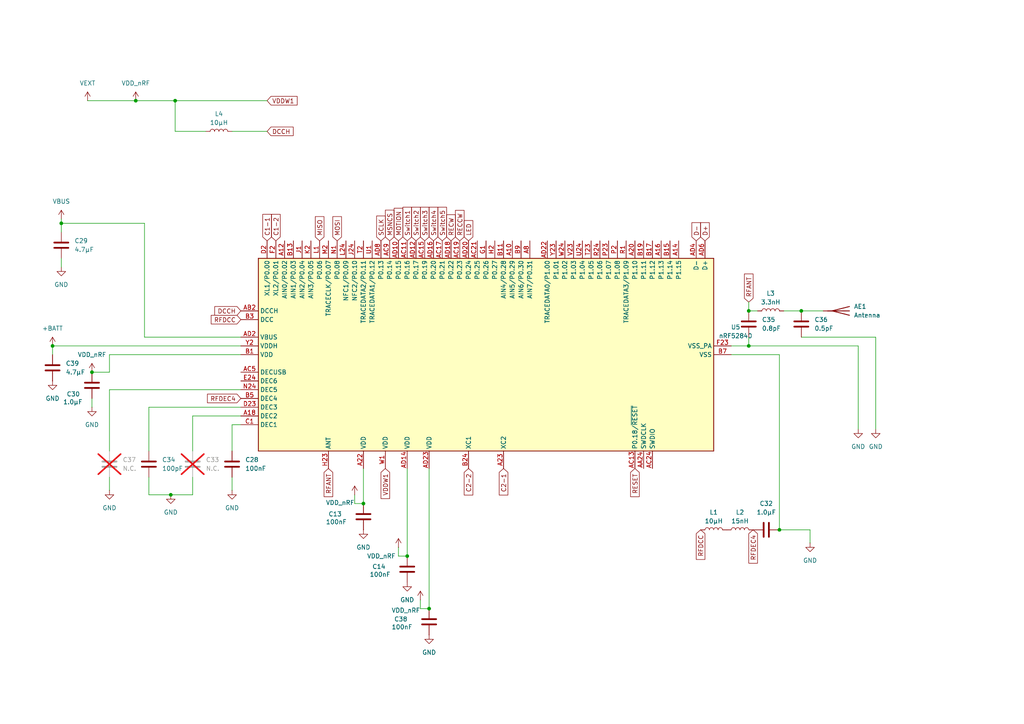
<source format=kicad_sch>
(kicad_sch (version 20250114) (generator "eeschema") (generator_version "9.0")
  (paper "A4")
  (lib_symbols
    (symbol "Custom:nRF52840"
      (property "Reference" "U5" (at 7.9854 -72.39 90))
      (property "Value" "nRF52840" (at 5.4454 -72.39 90))
      (symbol "nRF52840_0_1"
        (rectangle (start -27.94 66.04) (end 27.94 -66.04) (stroke (width 0.254)) (fill (type background)))
      )
      (symbol "nRF52840_1_1"
        (pin passive line (at -33.02 45.72 0) (length 5.08) (name "ANT") (number "H23"))
        (pin power_in line (at -33.02 35.56 0) (length 5.08) (name "VDD") (number "A22"))
        (pin power_in line (at -33.02 29.21 0) (length 5.08) (name "VDD") (number "W1"))
        (pin power_in line (at -33.02 22.86 0) (length 5.08) (name "VDD") (number "AD14"))
        (pin power_in line (at -33.02 16.51 0) (length 5.08) (name "VDD") (number "AD23"))
        (pin input line (at -33.02 5.08 0) (length 5.08) (name "XC1") (number "B24"))
        (pin input line (at -33.02 -5.08 0) (length 5.08) (name "XC2") (number "A23"))
        (pin bidirectional line (at -33.02 -43.18 0) (length 5.08) (name "P0.18/~{RESET}") (number "AC13"))
        (pin input line (at -33.02 -45.72 0) (length 5.08) (name "SWDCLK") (number "AA24"))
        (pin bidirectional line (at -33.02 -48.26 0) (length 5.08) (name "SWDIO") (number "AC24"))
        (pin passive line (at -20.32 71.12 270) (length 5.08) (name "DEC1") (number "C1"))
        (pin passive line (at -17.78 71.12 270) (length 5.08) (name "DEC2") (number "A18"))
        (pin passive line (at -15.24 71.12 270) (length 5.08) (name "DEC3") (number "D23"))
        (pin passive line (at -12.7 71.12 270) (length 5.08) (name "DEC4") (number "B5"))
        (pin passive line (at -10.16 71.12 270) (length 5.08) (name "DEC5") (number "N24"))
        (pin passive line (at -7.62 71.12 270) (length 5.08) (name "DEC6") (number "E24"))
        (pin passive line (at -5.08 71.12 270) (length 5.08) (name "DECUSB") (number "AC5"))
        (pin power_in line (at 0 71.12 270) (length 5.08) (name "VDD") (number "B1"))
        (pin power_in line (at 0 -71.12 90) (length 5.08) (name "VSS") (number "B7"))
        (pin passive line (at 0 -71.12 90) (length 5.08) (hide yes) (name "VSS") (number "EP"))
        (pin power_in line (at 2.54 71.12 270) (length 5.08) (name "VDDH") (number "Y2"))
        (pin power_in line (at 2.54 -71.12 90) (length 5.08) (name "VSS_PA") (number "F23"))
        (pin power_in line (at 5.08 71.12 270) (length 5.08) (name "VBUS") (number "AD2"))
        (pin power_out line (at 10.16 71.12 270) (length 5.08) (name "DCC") (number "B3"))
        (pin power_out line (at 12.7 71.12 270) (length 5.08) (name "DCCH") (number "AB2"))
        (pin bidirectional line (at 33.02 63.5 180) (length 5.08) (name "XL1/P0.00") (number "D2"))
        (pin bidirectional line (at 33.02 60.96 180) (length 5.08) (name "XL2/P0.01") (number "F2"))
        (pin bidirectional line (at 33.02 58.42 180) (length 5.08) (name "AIN0/P0.02") (number "A12"))
        (pin bidirectional line (at 33.02 55.88 180) (length 5.08) (name "AIN1/P0.03") (number "B13"))
        (pin bidirectional line (at 33.02 53.34 180) (length 5.08) (name "AIN2/P0.04") (number "J1"))
        (pin bidirectional line (at 33.02 50.8 180) (length 5.08) (name "AIN3/P0.05") (number "K2"))
        (pin bidirectional line (at 33.02 48.26 180) (length 5.08) (name "P0.06") (number "L1"))
        (pin bidirectional line (at 33.02 45.72 180) (length 5.08) (name "TRACECLK/P0.07") (number "M2"))
        (pin bidirectional line (at 33.02 43.18 180) (length 5.08) (name "P0.08") (number "N1"))
        (pin bidirectional line (at 33.02 40.64 180) (length 5.08) (name "NFC1/P0.09") (number "L24"))
        (pin bidirectional line (at 33.02 38.1 180) (length 5.08) (name "NFC2/P0.10") (number "J24"))
        (pin bidirectional line (at 33.02 35.56 180) (length 5.08) (name "TRACEDATA2/P0.11") (number "T2"))
        (pin bidirectional line (at 33.02 33.02 180) (length 5.08) (name "TRACEDATA1/P0.12") (number "U1"))
        (pin bidirectional line (at 33.02 30.48 180) (length 5.08) (name "P0.13") (number "AD8"))
        (pin bidirectional line (at 33.02 27.94 180) (length 5.08) (name "P0.14") (number "AC9"))
        (pin bidirectional line (at 33.02 25.4 180) (length 5.08) (name "P0.15") (number "AD10"))
        (pin bidirectional line (at 33.02 22.86 180) (length 5.08) (name "P0.16") (number "AC11"))
        (pin bidirectional line (at 33.02 20.32 180) (length 5.08) (name "P0.17") (number "AD12"))
        (pin bidirectional line (at 33.02 17.78 180) (length 5.08) (name "P0.19") (number "AC15"))
        (pin bidirectional line (at 33.02 15.24 180) (length 5.08) (name "P0.20") (number "AD16"))
        (pin bidirectional line (at 33.02 12.7 180) (length 5.08) (name "P0.21") (number "AC17"))
        (pin bidirectional line (at 33.02 10.16 180) (length 5.08) (name "P0.22") (number "AD18"))
        (pin bidirectional line (at 33.02 7.62 180) (length 5.08) (name "P0.23") (number "AC19"))
        (pin bidirectional line (at 33.02 5.08 180) (length 5.08) (name "P0.24") (number "AD20"))
        (pin bidirectional line (at 33.02 2.54 180) (length 5.08) (name "P0.25") (number "AC21"))
        (pin bidirectional line (at 33.02 0 180) (length 5.08) (name "P0.26") (number "G1"))
        (pin bidirectional line (at 33.02 -2.54 180) (length 5.08) (name "P0.27") (number "H2"))
        (pin bidirectional line (at 33.02 -5.08 180) (length 5.08) (name "AIN4/P0.28") (number "B11"))
        (pin bidirectional line (at 33.02 -7.62 180) (length 5.08) (name "AIN5/P0.29") (number "A10"))
        (pin bidirectional line (at 33.02 -10.16 180) (length 5.08) (name "AIN6/P0.30") (number "B9"))
        (pin bidirectional line (at 33.02 -12.7 180) (length 5.08) (name "AIN7/P0.31") (number "A8"))
        (pin bidirectional line (at 33.02 -17.78 180) (length 5.08) (name "TRACEDATA0/P1.00") (number "AD22"))
        (pin bidirectional line (at 33.02 -20.32 180) (length 5.08) (name "P1.01") (number "Y23"))
        (pin bidirectional line (at 33.02 -22.86 180) (length 5.08) (name "P1.02") (number "W24"))
        (pin bidirectional line (at 33.02 -25.4 180) (length 5.08) (name "P1.03") (number "V23"))
        (pin bidirectional line (at 33.02 -27.94 180) (length 5.08) (name "P1.04") (number "U24"))
        (pin bidirectional line (at 33.02 -30.48 180) (length 5.08) (name "P1.05") (number "T23"))
        (pin bidirectional line (at 33.02 -33.02 180) (length 5.08) (name "P1.06") (number "R24"))
        (pin bidirectional line (at 33.02 -35.56 180) (length 5.08) (name "P1.07") (number "P23"))
        (pin bidirectional line (at 33.02 -38.1 180) (length 5.08) (name "P1.08") (number "P2"))
        (pin bidirectional line (at 33.02 -40.64 180) (length 5.08) (name "TRACEDATA3/P1.09") (number "R1"))
        (pin bidirectional line (at 33.02 -43.18 180) (length 5.08) (name "P1.10") (number "A20"))
        (pin bidirectional line (at 33.02 -45.72 180) (length 5.08) (name "P1.11") (number "B19"))
        (pin bidirectional line (at 33.02 -48.26 180) (length 5.08) (name "P1.12") (number "B17"))
        (pin bidirectional line (at 33.02 -50.8 180) (length 5.08) (name "P1.13") (number "A16"))
        (pin bidirectional line (at 33.02 -53.34 180) (length 5.08) (name "P1.14") (number "B15"))
        (pin bidirectional line (at 33.02 -55.88 180) (length 5.08) (name "P1.15") (number "A14"))
        (pin bidirectional line (at 33.02 -60.96 180) (length 5.08) (name "D-") (number "AD4"))
        (pin bidirectional line (at 33.02 -63.5 180) (length 5.08) (name "D+") (number "AD6"))
      )
    )
    (symbol "Device:Antenna" (pin_numbers (hide yes)) (pin_names (offset 1.016) (hide yes))
      (property "Reference" "AE" (at -1.905 1.905 0))
      (property "Value" "Antenna" (at -1.905 0 0))
      (symbol "Antenna_0_1"
        (polyline (pts (xy 0 2.54) (xy 0 -3.81)) (stroke (width 0.254)))
        (polyline (pts (xy 1.27 2.54) (xy 0 -2.54) (xy -1.27 2.54)) (stroke (width 0.254)))
      )
      (symbol "Antenna_1_1"
        (pin input line (at 0 -5.08 90) (length 2.54) (name "A") (number "1"))
      )
    )
    (symbol "Device:C" (pin_numbers (hide yes)) (pin_names (offset 0.254))
      (property "Reference" "C" (at 0.635 2.54 0))
      (property "Value" "C" (at 0.635 -2.54 0))
      (symbol "C_0_1"
        (polyline (pts (xy -2.032 0.762) (xy 2.032 0.762)) (stroke (width 0.508)))
        (polyline (pts (xy -2.032 -0.762) (xy 2.032 -0.762)) (stroke (width 0.508)))
      )
      (symbol "C_1_1"
        (pin passive line (at 0 3.81 270) (length 2.794) (name "~") (number "1"))
        (pin passive line (at 0 -3.81 90) (length 2.794) (name "~") (number "2"))
      )
    )
    (symbol "Device:L" (pin_numbers (hide yes)) (pin_names (offset 1.016) (hide yes))
      (property "Reference" "L" (at -1.27 0 90))
      (property "Value" "L" (at 1.905 0 90))
      (symbol "L_0_1"
        (arc (start 0 2.54) (mid 0.6323 1.905) (end 0 1.27))
        (arc (start 0 1.27) (mid 0.6323 0.635) (end 0 0))
        (arc (start 0 0) (mid 0.6323 -0.635) (end 0 -1.27))
        (arc (start 0 -1.27) (mid 0.6323 -1.905) (end 0 -2.54))
      )
      (symbol "L_1_1"
        (pin passive line (at 0 3.81 270) (length 1.27) (name "1") (number "1"))
        (pin passive line (at 0 -3.81 90) (length 1.27) (name "2") (number "2"))
      )
    )
    (symbol "power:+3.3V" (power) (pin_numbers (hide yes)) (pin_names (offset 0) (hide yes))
      (property "Value" "+3.3V" (at 0 3.556 0))
      (symbol "+3.3V_0_1"
        (polyline (pts (xy -0.762 1.27) (xy 0 2.54)))
        (polyline (pts (xy 0 2.54) (xy 0.762 1.27)))
        (polyline (pts (xy 0 0) (xy 0 2.54)))
      )
      (symbol "+3.3V_1_1"
        (pin power_in line (at 0 0 90) (length 0) (name "~") (number "1"))
      )
    )
    (symbol "power:+BATT" (power) (pin_numbers (hide yes)) (pin_names (offset 0) (hide yes))
      (property "Value" "+BATT" (at 0 3.556 0))
      (symbol "+BATT_0_1"
        (polyline (pts (xy -0.762 1.27) (xy 0 2.54)))
        (polyline (pts (xy 0 2.54) (xy 0.762 1.27)))
        (polyline (pts (xy 0 0) (xy 0 2.54)))
      )
      (symbol "+BATT_1_1"
        (pin power_in line (at 0 0 90) (length 0) (name "~") (number "1"))
      )
    )
    (symbol "power:GND" (power) (pin_numbers (hide yes)) (pin_names (offset 0) (hide yes))
      (property "Value" "GND" (at 0 -3.81 0))
      (symbol "GND_0_1"
        (polyline (pts (xy 0 0) (xy 0 -1.27) (xy 1.27 -1.27) (xy 0 -2.54) (xy -1.27 -1.27) (xy 0 -1.27)))
      )
      (symbol "GND_1_1"
        (pin power_in line (at 0 0 270) (length 0) (name "~") (number "1"))
      )
    )
    (symbol "power:VBUS" (power) (pin_numbers (hide yes)) (pin_names (offset 0) (hide yes))
      (property "Value" "VBUS" (at 0 3.556 0))
      (symbol "VBUS_0_1"
        (polyline (pts (xy -0.762 1.27) (xy 0 2.54)))
        (polyline (pts (xy 0 2.54) (xy 0.762 1.27)))
        (polyline (pts (xy 0 0) (xy 0 2.54)))
      )
      (symbol "VBUS_1_1"
        (pin power_in line (at 0 0 90) (length 0) (name "~") (number "1"))
      )
    )
  )
  (junction (at 17.78 64.77))
  (junction (at 217.17 90.17))
  (junction (at 105.41 146.05))
  (junction (at 232.41 90.17))
  (junction (at 39.37 29.21))
  (junction (at 217.17 100.33))
  (junction (at 124.46 176.53))
  (junction (at 15.24 100.33))
  (junction (at 226.06 153.67))
  (junction (at 118.11 161.29))
  (junction (at 50.8 29.21))
  (junction (at 49.53 143.51))
  (junction (at 26.67 107.95))
  (wire (pts (xy 217.17 100.33) (xy 248.92 100.33)))
  (wire (pts (xy 50.8 29.21) (xy 77.47 29.21)))
  (wire (pts (xy 226.06 102.87) (xy 226.06 153.67)))
  (wire (pts (xy 41.91 64.77) (xy 17.78 64.77)))
  (wire (pts (xy 69.85 102.87) (xy 31.75 102.87)))
  (wire (pts (xy 212.09 102.87) (xy 226.06 102.87)))
  (wire (pts (xy 217.17 87.63) (xy 217.17 90.17)))
  (wire (pts (xy 55.88 120.65) (xy 69.85 120.65)))
  (wire (pts (xy 43.18 143.51) (xy 49.53 143.51)))
  (wire (pts (xy 31.75 138.43) (xy 31.75 142.24)))
  (wire (pts (xy 118.11 135.89) (xy 118.11 161.29)))
  (wire (pts (xy 43.18 138.43) (xy 43.18 143.51)))
  (wire (pts (xy 102.87 143.51) (xy 102.87 146.05)))
  (wire (pts (xy 26.67 115.57) (xy 26.67 118.11)))
  (wire (pts (xy 17.78 74.93) (xy 17.78 77.47)))
  (wire (pts (xy 49.53 143.51) (xy 55.88 143.51)))
  (wire (pts (xy 227.33 90.17) (xy 232.41 90.17)))
  (wire (pts (xy 41.91 97.79) (xy 41.91 64.77)))
  (wire (pts (xy 31.75 113.03) (xy 31.75 130.81)))
  (wire (pts (xy 102.87 146.05) (xy 105.41 146.05)))
  (wire (pts (xy 55.88 120.65) (xy 55.88 130.81)))
  (wire (pts (xy 69.85 100.33) (xy 15.24 100.33)))
  (wire (pts (xy 115.57 161.29) (xy 118.11 161.29)))
  (wire (pts (xy 217.17 100.33) (xy 217.17 97.79)))
  (wire (pts (xy 39.37 29.21) (xy 50.8 29.21)))
  (wire (pts (xy 17.78 64.77) (xy 17.78 63.5)))
  (wire (pts (xy 217.17 90.17) (xy 219.71 90.17)))
  (wire (pts (xy 55.88 138.43) (xy 55.88 143.51)))
  (wire (pts (xy 232.41 90.17) (xy 238.76 90.17)))
  (wire (pts (xy 43.18 118.11) (xy 69.85 118.11)))
  (wire (pts (xy 254 97.79) (xy 254 124.46)))
  (wire (pts (xy 115.57 158.75) (xy 115.57 161.29)))
  (wire (pts (xy 67.31 138.43) (xy 67.31 142.24)))
  (wire (pts (xy 67.31 123.19) (xy 67.31 130.81)))
  (wire (pts (xy 124.46 135.89) (xy 124.46 176.53)))
  (wire (pts (xy 25.4 29.21) (xy 39.37 29.21)))
  (wire (pts (xy 59.69 38.1) (xy 50.8 38.1)))
  (wire (pts (xy 212.09 100.33) (xy 217.17 100.33)))
  (wire (pts (xy 31.75 107.95) (xy 26.67 107.95)))
  (wire (pts (xy 121.92 173.99) (xy 121.92 176.53)))
  (wire (pts (xy 43.18 118.11) (xy 43.18 130.81)))
  (wire (pts (xy 69.85 123.19) (xy 67.31 123.19)))
  (wire (pts (xy 105.41 135.89) (xy 105.41 146.05)))
  (wire (pts (xy 17.78 64.77) (xy 17.78 67.31)))
  (wire (pts (xy 31.75 102.87) (xy 31.75 107.95)))
  (wire (pts (xy 232.41 97.79) (xy 254 97.79)))
  (wire (pts (xy 50.8 38.1) (xy 50.8 29.21)))
  (wire (pts (xy 234.95 157.48) (xy 234.95 153.67)))
  (wire (pts (xy 15.24 100.33) (xy 15.24 102.87)))
  (wire (pts (xy 234.95 153.67) (xy 226.06 153.67)))
  (wire (pts (xy 121.92 176.53) (xy 124.46 176.53)))
  (wire (pts (xy 67.31 38.1) (xy 77.47 38.1)))
  (wire (pts (xy 69.85 113.03) (xy 31.75 113.03)))
  (wire (pts (xy 248.92 100.33) (xy 248.92 124.46)))
  (wire (pts (xy 69.85 97.79) (xy 41.91 97.79)))
  (global_label "Switch4" (shape input) (at 125.73 69.85 90) (property "Intersheetrefs" "${INTERSHEET_REFS}" (effects (hide yes))))
  (global_label "DCCH" (shape input) (at 77.47 38.1 0) (property "Intersheetrefs" "${INTERSHEET_REFS}" (effects (hide yes))))
  (global_label "RFDEC4" (shape input) (at 69.85 115.57 180) (property "Intersheetrefs" "${INTERSHEET_REFS}" (effects (hide yes))))
  (global_label "C1-2" (shape input) (at 80.01 69.85 90) (property "Intersheetrefs" "${INTERSHEET_REFS}" (effects (hide yes))))
  (global_label "MISO" (shape input) (at 92.71 69.85 90) (property "Intersheetrefs" "${INTERSHEET_REFS}" (effects (hide yes))))
  (global_label "DCCH" (shape input) (at 69.85 90.17 180) (property "Intersheetrefs" "${INTERSHEET_REFS}" (effects (hide yes))))
  (global_label "VDDW1" (shape input) (at 111.76 135.89 270) (property "Intersheetrefs" "${INTERSHEET_REFS}" (effects (hide yes))))
  (global_label "MOSI" (shape input) (at 97.79 69.85 90) (property "Intersheetrefs" "${INTERSHEET_REFS}" (effects (hide yes))))
  (global_label "LED" (shape input) (at 135.89 69.85 90) (property "Intersheetrefs" "${INTERSHEET_REFS}" (effects (hide yes))))
  (global_label "D-" (shape input) (at 201.93 69.85 90) (property "Intersheetrefs" "${INTERSHEET_REFS}" (effects (hide yes))))
  (global_label "RFANT" (shape input) (at 95.25 135.89 270) (property "Intersheetrefs" "${INTERSHEET_REFS}" (effects (hide yes))))
  (global_label "Switch1" (shape input) (at 118.11 69.85 90) (property "Intersheetrefs" "${INTERSHEET_REFS}" (effects (hide yes))))
  (global_label "RFDCC" (shape input) (at 69.85 92.71 180) (property "Intersheetrefs" "${INTERSHEET_REFS}" (effects (hide yes))))
  (global_label "RFDCC" (shape input) (at 203.2 153.67 270) (property "Intersheetrefs" "${INTERSHEET_REFS}" (effects (hide yes))))
  (global_label "RFANT" (shape input) (at 217.17 87.63 90) (property "Intersheetrefs" "${INTERSHEET_REFS}" (effects (hide yes))))
  (global_label "RECW" (shape input) (at 130.81 69.85 90) (property "Intersheetrefs" "${INTERSHEET_REFS}" (effects (hide yes))))
  (global_label "C2-1" (shape input) (at 146.05 135.89 270) (property "Intersheetrefs" "${INTERSHEET_REFS}" (effects (hide yes))))
  (global_label "Switch3" (shape input) (at 123.19 69.85 90) (property "Intersheetrefs" "${INTERSHEET_REFS}" (effects (hide yes))))
  (global_label "RFDEC4" (shape input) (at 218.44 153.67 270) (property "Intersheetrefs" "${INTERSHEET_REFS}" (effects (hide yes))))
  (global_label "VDDW1" (shape input) (at 77.47 29.21 0) (property "Intersheetrefs" "${INTERSHEET_REFS}" (effects (hide yes))))
  (global_label "C1-1" (shape input) (at 77.47 69.85 90) (property "Intersheetrefs" "${INTERSHEET_REFS}" (effects (hide yes))))
  (global_label "SCLK" (shape input) (at 110.49 69.85 90) (property "Intersheetrefs" "${INTERSHEET_REFS}" (effects (hide yes))))
  (global_label "RECCW" (shape input) (at 133.35 69.85 90) (property "Intersheetrefs" "${INTERSHEET_REFS}" (effects (hide yes))))
  (global_label "D+" (shape input) (at 204.47 69.85 90) (property "Intersheetrefs" "${INTERSHEET_REFS}" (effects (hide yes))))
  (global_label "MOTION" (shape input) (at 115.57 69.85 90) (property "Intersheetrefs" "${INTERSHEET_REFS}" (effects (hide yes))))
  (global_label "Switch2" (shape input) (at 120.65 69.85 90) (property "Intersheetrefs" "${INTERSHEET_REFS}" (effects (hide yes))))
  (global_label "MSNCS" (shape input) (at 113.03 69.85 90) (property "Intersheetrefs" "${INTERSHEET_REFS}" (effects (hide yes))))
  (global_label "RESET" (shape input) (at 184.15 135.89 270) (property "Intersheetrefs" "${INTERSHEET_REFS}" (effects (hide yes))))
  (global_label "C2-2" (shape input) (at 135.89 135.89 270) (property "Intersheetrefs" "${INTERSHEET_REFS}" (effects (hide yes))))
  (global_label "Switch5" (shape input) (at 128.27 69.85 90) (property "Intersheetrefs" "${INTERSHEET_REFS}" (effects (hide yes))))
  (symbol (lib_id "power:GND") (at 254 124.46 0) (unit 1)
    (property "Reference" "#PWR077" (effects (hide yes)))
    (property "Value" "GND" (at 254 129.54 0))
    (property "Description" "Power symbol creates a global label with name \"GND\" , ground" (effects (hide yes)))
  )
  (symbol (lib_id "Device:L") (at 207.01 153.67 90) (unit 1)
    (property "Reference" "L1" (at 207.01 148.59 90))
    (property "Value" "10μH" (at 207.01 151.13 90))
    (property "Footprint" "Inductor_SMD:L_0805_2012Metric_Pad1.05x1.20mm_HandSolder" (effects (hide yes)))
    (property "Description" "Inductor" (effects (hide yes)))
  )
  (symbol (lib_id "power:GND") (at 15.24 110.49 0) (unit 1)
    (property "Reference" "#PWR079" (effects (hide yes)))
    (property "Value" "GND" (at 15.24 115.57 0))
    (property "Description" "Power symbol creates a global label with name \"GND\" , ground" (effects (hide yes)))
  )
  (symbol (lib_id "power:GND") (at 31.75 142.24 0) (unit 1)
    (property "Reference" "#PWR078" (effects (hide yes)))
    (property "Value" "GND" (at 31.75 147.32 0))
    (property "Description" "Power symbol creates a global label with name \"GND\" , ground" (effects (hide yes)))
  )
  (symbol (lib_id "Device:C") (at 26.67 111.76 0) (unit 1)
    (property "Reference" "C30" (at 19.304 114.3 0) (effects (justify left)))
    (property "Value" "1.0μF" (at 18.288 116.586 0) (effects (justify left)))
    (property "Footprint" "Capacitor_SMD:C_0805_2012Metric_Pad1.18x1.45mm_HandSolder" (effects (hide yes)))
    (property "Description" "Unpolarized capacitor" (effects (hide yes)))
  )
  (symbol (lib_id "Device:C") (at 15.24 106.68 0) (unit 1)
    (property "Reference" "C39" (at 19.05 105.4099 0) (effects (justify left)))
    (property "Value" "4.7μF" (at 19.05 107.9499 0) (effects (justify left)))
    (property "Footprint" "Capacitor_SMD:C_0805_2012Metric_Pad1.18x1.45mm_HandSolder" (effects (hide yes)))
    (property "Description" "Unpolarized capacitor" (effects (hide yes)))
  )
  (symbol (lib_id "power:GND") (at 248.92 124.46 0) (unit 1)
    (property "Reference" "#PWR076" (effects (hide yes)))
    (property "Value" "GND" (at 248.92 129.54 0))
    (property "Description" "Power symbol creates a global label with name \"GND\" , ground" (effects (hide yes)))
  )
  (symbol (lib_id "Custom:nRF52840") (at 140.97 102.87 90) (unit 1)
    (property "Reference" "U5" (at 213.36 94.8846 90))
    (property "Value" "nRF52840" (at 213.36 97.4246 90))
    (property "Footprint" "Package_DFN_QFN:Nordic_AQFN-73-1EP_7x7mm_P0.5mm" (effects (hide yes)))
    (property "Datasheet" "http://infocenter.nordicsemi.com/topic/com.nordic.infocenter.nrf52/dita/nrf52/chips/nrf52840.html" (effects (hide yes)))
    (property "Description" "Multiprotocol BLE/ANT/2.4 GHz/802.15.4 Cortex-M4F SoC, AQFN-73" (effects (hide yes)))
  )
  (symbol (lib_id "power:GND") (at 118.11 168.91 0) (unit 1)
    (property "Reference" "#PWR032" (effects (hide yes)))
    (property "Value" "GND" (at 118.11 173.99 0))
    (property "Description" "Power symbol creates a global label with name \"GND\" , ground" (effects (hide yes)))
  )
  (symbol (lib_id "power:VBUS") (at 25.4 29.21 0) (unit 1)
    (property "Reference" "#PWR075" (effects (hide yes)))
    (property "Value" "VEXT" (at 25.4 24.13 0))
    (property "Description" "Power symbol creates a global label with name \"VBUS\"" (effects (hide yes)))
  )
  (symbol (lib_id "Device:C") (at 105.41 149.86 0) (unit 1)
    (property "Reference" "C13" (at 95.25 149.098 0) (effects (justify left)))
    (property "Value" "100nF" (at 94.488 151.384 0) (effects (justify left)))
    (property "Footprint" "Capacitor_SMD:C_0805_2012Metric_Pad1.18x1.45mm_HandSolder" (effects (hide yes)))
    (property "Description" "Unpolarized capacitor" (effects (hide yes)))
  )
  (symbol (lib_id "Device:C") (at 55.88 134.62 0) (unit 1) (dnp yes)
    (property "Reference" "C33" (at 59.69 133.3499 0) (effects (justify left)))
    (property "Value" "N.C." (at 59.69 135.8899 0) (effects (justify left)))
    (property "Footprint" "Capacitor_SMD:C_0805_2012Metric_Pad1.18x1.45mm_HandSolder" (effects (hide yes)))
    (property "Description" "Unpolarized capacitor" (effects (hide yes)))
  )
  (symbol (lib_id "Device:C") (at 124.46 180.34 0) (unit 1)
    (property "Reference" "C38" (at 114.3 179.578 0) (effects (justify left)))
    (property "Value" "100nF" (at 113.538 181.864 0) (effects (justify left)))
    (property "Footprint" "Capacitor_SMD:C_0805_2012Metric_Pad1.18x1.45mm_HandSolder" (effects (hide yes)))
    (property "Description" "Unpolarized capacitor" (effects (hide yes)))
  )
  (symbol (lib_id "power:+3.3V") (at 26.67 107.95 0) (unit 1)
    (property "Reference" "#PWR069" (effects (hide yes)))
    (property "Value" "VDD_nRF" (at 26.67 102.87 0))
    (property "Description" "Power symbol creates a global label with name \"+3.3V\"" (effects (hide yes)))
  )
  (symbol (lib_id "power:+3.3V") (at 115.57 158.75 0) (unit 1)
    (property "Reference" "#PWR031" (effects (hide yes)))
    (property "Value" "VDD_nRF" (at 106.426 161.29 0) (effects (justify left)))
    (property "Description" "Power symbol creates a global label with name \"+3.3V\"" (effects (hide yes)))
  )
  (symbol (lib_id "Device:C") (at 232.41 93.98 0) (unit 1)
    (property "Reference" "C36" (at 236.22 92.7099 0) (effects (justify left)))
    (property "Value" "0.5pF" (at 236.22 95.2499 0) (effects (justify left)))
    (property "Footprint" "Capacitor_SMD:C_0805_2012Metric_Pad1.18x1.45mm_HandSolder" (effects (hide yes)))
    (property "Description" "Unpolarized capacitor" (effects (hide yes)))
  )
  (symbol (lib_id "power:VBUS") (at 17.78 63.5 0) (unit 1)
    (property "Reference" "#PWR063" (effects (hide yes)))
    (property "Value" "VBUS" (at 17.78 58.42 0))
    (property "Description" "Power symbol creates a global label with name \"VBUS\"" (effects (hide yes)))
  )
  (symbol (lib_id "power:+3.3V") (at 39.37 29.21 0) (unit 1)
    (property "Reference" "#PWR080" (effects (hide yes)))
    (property "Value" "VDD_nRF" (at 39.37 24.13 0))
    (property "Description" "Power symbol creates a global label with name \"+3.3V\"" (effects (hide yes)))
  )
  (symbol (lib_id "Device:C") (at 43.18 134.62 0) (unit 1)
    (property "Reference" "C34" (at 46.99 133.3499 0) (effects (justify left)))
    (property "Value" "100pF" (at 46.99 135.8899 0) (effects (justify left)))
    (property "Footprint" "Capacitor_SMD:C_0805_2012Metric_Pad1.18x1.45mm_HandSolder" (effects (hide yes)))
    (property "Description" "Unpolarized capacitor" (effects (hide yes)))
  )
  (symbol (lib_id "Device:C") (at 17.78 71.12 0) (unit 1)
    (property "Reference" "C29" (at 21.59 69.8499 0) (effects (justify left)))
    (property "Value" "4.7μF" (at 21.59 72.3899 0) (effects (justify left)))
    (property "Footprint" "Capacitor_SMD:C_0805_2012Metric_Pad1.18x1.45mm_HandSolder" (effects (hide yes)))
    (property "Description" "Unpolarized capacitor" (effects (hide yes)))
  )
  (symbol (lib_id "power:+3.3V") (at 102.87 143.51 0) (unit 1)
    (property "Reference" "#PWR028" (effects (hide yes)))
    (property "Value" "VDD_nRF" (at 94.488 145.796 0) (effects (justify left)))
    (property "Description" "Power symbol creates a global label with name \"+3.3V\"" (effects (hide yes)))
  )
  (symbol (lib_id "Device:L") (at 63.5 38.1 90) (unit 1)
    (property "Reference" "L4" (at 63.5 33.02 90))
    (property "Value" "10μH" (at 63.5 35.56 90))
    (property "Footprint" "Inductor_SMD:L_0805_2012Metric_Pad1.05x1.20mm_HandSolder" (effects (hide yes)))
    (property "Description" "Inductor" (effects (hide yes)))
  )
  (symbol (lib_id "Device:L") (at 223.52 90.17 90) (unit 1)
    (property "Reference" "L3" (at 223.52 85.09 90))
    (property "Value" "3.3nH" (at 223.52 87.63 90))
    (property "Footprint" "Inductor_SMD:L_0805_2012Metric_Pad1.05x1.20mm_HandSolder" (effects (hide yes)))
    (property "Description" "Inductor" (effects (hide yes)))
  )
  (symbol (lib_id "power:+3.3V") (at 121.92 173.99 0) (unit 1)
    (property "Reference" "#PWR033" (effects (hide yes)))
    (property "Value" "VDD_nRF" (at 113.538 177.038 0) (effects (justify left)))
    (property "Description" "Power symbol creates a global label with name \"+3.3V\"" (effects (hide yes)))
  )
  (symbol (lib_id "power:GND") (at 67.31 142.24 0) (unit 1)
    (property "Reference" "#PWR062" (effects (hide yes)))
    (property "Value" "GND" (at 67.31 147.32 0))
    (property "Description" "Power symbol creates a global label with name \"GND\" , ground" (effects (hide yes)))
  )
  (symbol (lib_id "power:GND") (at 124.46 184.15 0) (unit 1)
    (property "Reference" "#PWR034" (effects (hide yes)))
    (property "Value" "GND" (at 124.46 189.23 0))
    (property "Description" "Power symbol creates a global label with name \"GND\" , ground" (effects (hide yes)))
  )
  (symbol (lib_id "Device:Antenna") (at 243.84 90.17 270) (unit 1)
    (property "Reference" "AE1" (at 247.65 88.8999 90) (effects (justify left)))
    (property "Value" "Antenna" (at 247.65 91.4399 90) (effects (justify left)))
    (property "Footprint" "RF_Antenna:Texas_SWRA117D_2.4GHz_Left" (effects (hide yes)))
    (property "Description" "Antenna" (effects (hide yes)))
  )
  (symbol (lib_id "power:+BATT") (at 15.24 100.33 0) (unit 1)
    (property "Reference" "#PWR081" (effects (hide yes)))
    (property "Value" "+BATT" (at 15.24 95.25 0))
    (property "Description" "Power symbol creates a global label with name \"+BATT\"" (effects (hide yes)))
  )
  (symbol (lib_id "Device:C") (at 222.25 153.67 90) (unit 1)
    (property "Reference" "C32" (at 222.25 146.05 90))
    (property "Value" "1.0μF" (at 222.25 148.59 90))
    (property "Footprint" "Capacitor_SMD:C_0805_2012Metric_Pad1.18x1.45mm_HandSolder" (effects (hide yes)))
    (property "Description" "Unpolarized capacitor" (effects (hide yes)))
  )
  (symbol (lib_id "Device:C") (at 217.17 93.98 0) (unit 1)
    (property "Reference" "C35" (at 220.98 92.7099 0) (effects (justify left)))
    (property "Value" "0.8pF" (at 220.98 95.2499 0) (effects (justify left)))
    (property "Footprint" "Capacitor_SMD:C_0805_2012Metric_Pad1.18x1.45mm_HandSolder" (effects (hide yes)))
    (property "Description" "Unpolarized capacitor" (effects (hide yes)))
  )
  (symbol (lib_id "Device:C") (at 31.75 134.62 0) (unit 1) (dnp yes)
    (property "Reference" "C37" (at 35.56 133.3499 0) (effects (justify left)))
    (property "Value" "N.C." (at 35.56 135.8899 0) (effects (justify left)))
    (property "Footprint" "Capacitor_SMD:C_0805_2012Metric_Pad1.18x1.45mm_HandSolder" (effects (hide yes)))
    (property "Description" "Unpolarized capacitor" (effects (hide yes)))
  )
  (symbol (lib_id "Device:L") (at 214.63 153.67 90) (unit 1)
    (property "Reference" "L2" (at 214.63 148.59 90))
    (property "Value" "15nH" (at 214.63 151.13 90))
    (property "Footprint" "Inductor_SMD:L_0805_2012Metric_Pad1.05x1.20mm_HandSolder" (effects (hide yes)))
    (property "Description" "Inductor" (effects (hide yes)))
  )
  (symbol (lib_id "power:GND") (at 234.95 157.48 0) (unit 1)
    (property "Reference" "#PWR071" (effects (hide yes)))
    (property "Value" "GND" (at 234.95 162.56 0))
    (property "Description" "Power symbol creates a global label with name \"GND\" , ground" (effects (hide yes)))
  )
  (symbol (lib_id "power:GND") (at 49.53 143.51 0) (unit 1)
    (property "Reference" "#PWR074" (effects (hide yes)))
    (property "Value" "GND" (at 49.53 148.59 0))
    (property "Description" "Power symbol creates a global label with name \"GND\" , ground" (effects (hide yes)))
  )
  (symbol (lib_id "Device:C") (at 118.11 165.1 0) (unit 1)
    (property "Reference" "C14" (at 107.95 164.338 0) (effects (justify left)))
    (property "Value" "100nF" (at 107.188 166.624 0) (effects (justify left)))
    (property "Footprint" "Capacitor_SMD:C_0805_2012Metric_Pad1.18x1.45mm_HandSolder" (effects (hide yes)))
    (property "Description" "Unpolarized capacitor" (effects (hide yes)))
  )
  (symbol (lib_id "power:GND") (at 105.41 153.67 0) (unit 1)
    (property "Reference" "#PWR030" (effects (hide yes)))
    (property "Value" "GND" (at 105.41 158.75 0))
    (property "Description" "Power symbol creates a global label with name \"GND\" , ground" (effects (hide yes)))
  )
  (symbol (lib_id "power:GND") (at 17.78 77.47 0) (unit 1)
    (property "Reference" "#PWR064" (effects (hide yes)))
    (property "Value" "GND" (at 17.78 82.55 0))
    (property "Description" "Power symbol creates a global label with name \"GND\" , ground" (effects (hide yes)))
  )
  (symbol (lib_id "power:GND") (at 26.67 118.11 0) (unit 1)
    (property "Reference" "#PWR070" (effects (hide yes)))
    (property "Value" "GND" (at 26.67 123.19 0))
    (property "Description" "Power symbol creates a global label with name \"GND\" , ground" (effects (hide yes)))
  )
  (symbol (lib_id "Device:C") (at 67.31 134.62 0) (unit 1)
    (property "Reference" "C28" (at 71.12 133.3499 0) (effects (justify left)))
    (property "Value" "100nF" (at 71.12 135.8899 0) (effects (justify left)))
    (property "Footprint" "Capacitor_SMD:C_0805_2012Metric_Pad1.18x1.45mm_HandSolder" (effects (hide yes)))
    (property "Description" "Unpolarized capacitor" (effects (hide yes)))
  )
)
</source>
